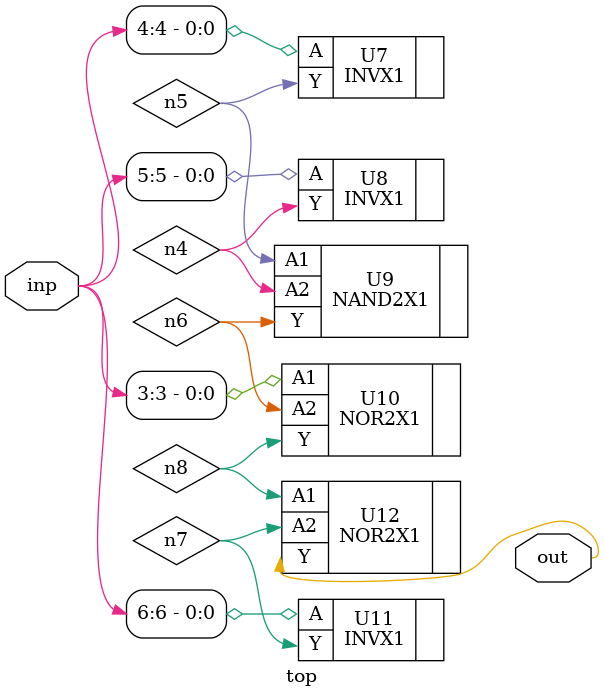
<source format=sv>


module top ( inp, out );
  input [6:0] inp;
  output out;
  wire   n4, n5, n6, n7, n8;

  INVX1 U7 ( .A(inp[4]), .Y(n5) );
  INVX1 U8 ( .A(inp[5]), .Y(n4) );
  NAND2X1 U9 ( .A1(n5), .A2(n4), .Y(n6) );
  NOR2X1 U10 ( .A1(inp[3]), .A2(n6), .Y(n8) );
  INVX1 U11 ( .A(inp[6]), .Y(n7) );
  NOR2X1 U12 ( .A1(n8), .A2(n7), .Y(out) );
endmodule


</source>
